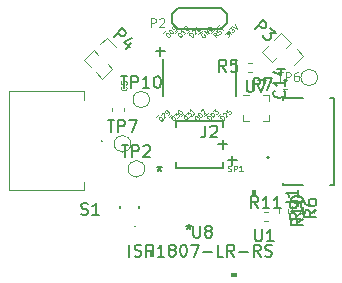
<source format=gto>
G04 #@! TF.GenerationSoftware,KiCad,Pcbnew,5.1.12-84ad8e8a86~92~ubuntu20.04.1*
G04 #@! TF.CreationDate,2022-02-16T15:18:21-08:00*
G04 #@! TF.ProjectId,Zooids,5a6f6f69-6473-42e6-9b69-6361645f7063,rev?*
G04 #@! TF.SameCoordinates,Original*
G04 #@! TF.FileFunction,Legend,Top*
G04 #@! TF.FilePolarity,Positive*
%FSLAX46Y46*%
G04 Gerber Fmt 4.6, Leading zero omitted, Abs format (unit mm)*
G04 Created by KiCad (PCBNEW 5.1.12-84ad8e8a86~92~ubuntu20.04.1) date 2022-02-16 15:18:21*
%MOMM*%
%LPD*%
G01*
G04 APERTURE LIST*
%ADD10C,0.075000*%
%ADD11C,0.150000*%
%ADD12C,0.200000*%
%ADD13C,0.127000*%
%ADD14C,0.120000*%
%ADD15C,0.100000*%
%ADD16C,0.125000*%
G04 APERTURE END LIST*
D10*
X155133349Y-95011471D02*
X155402723Y-94742097D01*
X155372267Y-95007952D02*
X155399204Y-94981015D01*
X155439610Y-94967546D01*
X155466548Y-94967546D01*
X155506954Y-94981015D01*
X155574297Y-95021421D01*
X155641641Y-95088764D01*
X155682047Y-95156108D01*
X155695516Y-95196514D01*
X155695516Y-95223451D01*
X155682047Y-95263857D01*
X155655109Y-95290795D01*
X155614703Y-95304264D01*
X155587766Y-95304264D01*
X155547360Y-95290795D01*
X155480016Y-95250389D01*
X155412673Y-95183045D01*
X155372267Y-95115702D01*
X155358798Y-95075296D01*
X155358798Y-95048358D01*
X155372267Y-95007952D01*
X155601235Y-94832859D02*
X155601235Y-94805922D01*
X155614703Y-94765516D01*
X155682047Y-94698172D01*
X155722453Y-94684703D01*
X155749390Y-94684703D01*
X155789796Y-94698172D01*
X155816734Y-94725109D01*
X155843671Y-94778984D01*
X155843671Y-95102233D01*
X156018764Y-94927140D01*
X155991827Y-94388392D02*
X155857140Y-94523079D01*
X155978358Y-94671235D01*
X155978358Y-94644297D01*
X155991827Y-94603891D01*
X156059170Y-94536548D01*
X156099577Y-94523079D01*
X156126514Y-94523079D01*
X156166920Y-94536548D01*
X156234264Y-94603891D01*
X156247732Y-94644297D01*
X156247732Y-94671235D01*
X156234264Y-94711641D01*
X156166920Y-94778984D01*
X156126514Y-94792453D01*
X156099577Y-94792453D01*
X154023349Y-95011471D02*
X154292723Y-94742097D01*
X154262267Y-95007952D02*
X154289204Y-94981015D01*
X154329610Y-94967546D01*
X154356548Y-94967546D01*
X154396954Y-94981015D01*
X154464297Y-95021421D01*
X154531641Y-95088764D01*
X154572047Y-95156108D01*
X154585516Y-95196514D01*
X154585516Y-95223451D01*
X154572047Y-95263857D01*
X154545109Y-95290795D01*
X154504703Y-95304264D01*
X154477766Y-95304264D01*
X154437360Y-95290795D01*
X154370016Y-95250389D01*
X154302673Y-95183045D01*
X154262267Y-95115702D01*
X154248798Y-95075296D01*
X154248798Y-95048358D01*
X154262267Y-95007952D01*
X154531641Y-94738578D02*
X154558578Y-94711641D01*
X154598984Y-94698172D01*
X154625922Y-94698172D01*
X154666328Y-94711641D01*
X154733671Y-94752047D01*
X154801015Y-94819390D01*
X154841421Y-94886734D01*
X154854890Y-94927140D01*
X154854890Y-94954077D01*
X154841421Y-94994483D01*
X154814483Y-95021421D01*
X154774077Y-95034890D01*
X154747140Y-95034890D01*
X154706734Y-95021421D01*
X154639390Y-94981015D01*
X154572047Y-94913671D01*
X154531641Y-94846328D01*
X154518172Y-94805922D01*
X154518172Y-94778984D01*
X154531641Y-94738578D01*
X154720203Y-94550016D02*
X154895296Y-94374923D01*
X154908764Y-94576954D01*
X154949170Y-94536548D01*
X154989577Y-94523079D01*
X155016514Y-94523079D01*
X155056920Y-94536548D01*
X155124264Y-94603891D01*
X155137732Y-94644297D01*
X155137732Y-94671235D01*
X155124264Y-94711641D01*
X155043451Y-94792453D01*
X155003045Y-94805922D01*
X154976108Y-94805922D01*
X152973349Y-95021471D02*
X153242723Y-94752097D01*
X153212267Y-95017952D02*
X153239204Y-94991015D01*
X153279610Y-94977546D01*
X153306548Y-94977546D01*
X153346954Y-94991015D01*
X153414297Y-95031421D01*
X153481641Y-95098764D01*
X153522047Y-95166108D01*
X153535516Y-95206514D01*
X153535516Y-95233451D01*
X153522047Y-95273857D01*
X153495109Y-95300795D01*
X153454703Y-95314264D01*
X153427766Y-95314264D01*
X153387360Y-95300795D01*
X153320016Y-95260389D01*
X153252673Y-95193045D01*
X153212267Y-95125702D01*
X153198798Y-95085296D01*
X153198798Y-95058358D01*
X153212267Y-95017952D01*
X153481641Y-94748578D02*
X153508578Y-94721641D01*
X153548984Y-94708172D01*
X153575922Y-94708172D01*
X153616328Y-94721641D01*
X153683671Y-94762047D01*
X153751015Y-94829390D01*
X153791421Y-94896734D01*
X153804890Y-94937140D01*
X153804890Y-94964077D01*
X153791421Y-95004483D01*
X153764483Y-95031421D01*
X153724077Y-95044890D01*
X153697140Y-95044890D01*
X153656734Y-95031421D01*
X153589390Y-94991015D01*
X153522047Y-94923671D01*
X153481641Y-94856328D01*
X153468172Y-94815922D01*
X153468172Y-94788984D01*
X153481641Y-94748578D01*
X153710609Y-94573485D02*
X153710609Y-94546548D01*
X153724077Y-94506142D01*
X153791421Y-94438798D01*
X153831827Y-94425329D01*
X153858764Y-94425329D01*
X153899170Y-94438798D01*
X153926108Y-94465735D01*
X153953045Y-94519610D01*
X153953045Y-94842859D01*
X154128138Y-94667766D01*
X152023349Y-94971471D02*
X152292723Y-94702097D01*
X152262267Y-94967952D02*
X152289204Y-94941015D01*
X152329610Y-94927546D01*
X152356548Y-94927546D01*
X152396954Y-94941015D01*
X152464297Y-94981421D01*
X152531641Y-95048764D01*
X152572047Y-95116108D01*
X152585516Y-95156514D01*
X152585516Y-95183451D01*
X152572047Y-95223857D01*
X152545109Y-95250795D01*
X152504703Y-95264264D01*
X152477766Y-95264264D01*
X152437360Y-95250795D01*
X152370016Y-95210389D01*
X152302673Y-95143045D01*
X152262267Y-95075702D01*
X152248798Y-95035296D01*
X152248798Y-95008358D01*
X152262267Y-94967952D01*
X152450829Y-94779390D02*
X152625922Y-94604297D01*
X152639390Y-94806328D01*
X152679796Y-94765922D01*
X152720203Y-94752453D01*
X152747140Y-94752453D01*
X152787546Y-94765922D01*
X152854890Y-94833265D01*
X152868358Y-94873671D01*
X152868358Y-94900609D01*
X152854890Y-94941015D01*
X152774077Y-95021827D01*
X152733671Y-95035296D01*
X152706734Y-95035296D01*
X153178138Y-94617766D02*
X153016514Y-94779390D01*
X153097326Y-94698578D02*
X152814483Y-94415735D01*
X152827952Y-94483079D01*
X152827952Y-94536954D01*
X152814483Y-94577360D01*
X150993349Y-95051471D02*
X151262723Y-94782097D01*
X151232267Y-95047952D02*
X151259204Y-95021015D01*
X151299610Y-95007546D01*
X151326548Y-95007546D01*
X151366954Y-95021015D01*
X151434297Y-95061421D01*
X151501641Y-95128764D01*
X151542047Y-95196108D01*
X151555516Y-95236514D01*
X151555516Y-95263451D01*
X151542047Y-95303857D01*
X151515109Y-95330795D01*
X151474703Y-95344264D01*
X151447766Y-95344264D01*
X151407360Y-95330795D01*
X151340016Y-95290389D01*
X151272673Y-95223045D01*
X151232267Y-95155702D01*
X151218798Y-95115296D01*
X151218798Y-95088358D01*
X151232267Y-95047952D01*
X151420829Y-94859390D02*
X151595922Y-94684297D01*
X151609390Y-94886328D01*
X151649796Y-94845922D01*
X151690203Y-94832453D01*
X151717140Y-94832453D01*
X151757546Y-94845922D01*
X151824890Y-94913265D01*
X151838358Y-94953671D01*
X151838358Y-94980609D01*
X151824890Y-95021015D01*
X151744077Y-95101827D01*
X151703671Y-95115296D01*
X151676734Y-95115296D01*
X151771015Y-94509204D02*
X151797952Y-94482267D01*
X151838358Y-94468798D01*
X151865296Y-94468798D01*
X151905702Y-94482267D01*
X151973045Y-94522673D01*
X152040389Y-94590016D01*
X152080795Y-94657360D01*
X152094264Y-94697766D01*
X152094264Y-94724703D01*
X152080795Y-94765109D01*
X152053857Y-94792047D01*
X152013451Y-94805516D01*
X151986514Y-94805516D01*
X151946108Y-94792047D01*
X151878764Y-94751641D01*
X151811421Y-94684297D01*
X151771015Y-94616954D01*
X151757546Y-94576548D01*
X151757546Y-94549610D01*
X151771015Y-94509204D01*
X149913349Y-95081471D02*
X150182723Y-94812097D01*
X150152267Y-95077952D02*
X150179204Y-95051015D01*
X150219610Y-95037546D01*
X150246548Y-95037546D01*
X150286954Y-95051015D01*
X150354297Y-95091421D01*
X150421641Y-95158764D01*
X150462047Y-95226108D01*
X150475516Y-95266514D01*
X150475516Y-95293451D01*
X150462047Y-95333857D01*
X150435109Y-95360795D01*
X150394703Y-95374264D01*
X150367766Y-95374264D01*
X150327360Y-95360795D01*
X150260016Y-95320389D01*
X150192673Y-95253045D01*
X150152267Y-95185702D01*
X150138798Y-95145296D01*
X150138798Y-95118358D01*
X150152267Y-95077952D01*
X150381235Y-94902859D02*
X150381235Y-94875922D01*
X150394703Y-94835516D01*
X150462047Y-94768172D01*
X150502453Y-94754703D01*
X150529390Y-94754703D01*
X150569796Y-94768172D01*
X150596734Y-94795109D01*
X150623671Y-94848984D01*
X150623671Y-95172233D01*
X150798764Y-94997140D01*
X150933451Y-94862453D02*
X150987326Y-94808578D01*
X151000795Y-94768172D01*
X151000795Y-94741235D01*
X150987326Y-94673891D01*
X150946920Y-94606548D01*
X150839170Y-94498798D01*
X150798764Y-94485329D01*
X150771827Y-94485329D01*
X150731421Y-94498798D01*
X150677546Y-94552673D01*
X150664077Y-94593079D01*
X150664077Y-94620016D01*
X150677546Y-94660422D01*
X150744890Y-94727766D01*
X150785296Y-94741235D01*
X150812233Y-94741235D01*
X150852639Y-94727766D01*
X150906514Y-94673891D01*
X150919983Y-94633485D01*
X150919983Y-94606548D01*
X150906514Y-94566142D01*
X155717580Y-88052639D02*
X155892673Y-87877546D01*
X155906142Y-88079577D01*
X155946548Y-88039170D01*
X155986954Y-88025702D01*
X156013891Y-88025702D01*
X156054297Y-88039170D01*
X156121641Y-88106514D01*
X156135109Y-88146920D01*
X156135109Y-88173857D01*
X156121641Y-88214264D01*
X156040829Y-88295076D01*
X156000422Y-88308544D01*
X155973485Y-88308544D01*
X156269796Y-88012233D02*
X156296734Y-88012233D01*
X156296734Y-88039170D01*
X156269796Y-88039170D01*
X156269796Y-88012233D01*
X156296734Y-88039170D01*
X156121641Y-87648578D02*
X156296734Y-87473485D01*
X156310203Y-87675516D01*
X156350609Y-87635109D01*
X156391015Y-87621641D01*
X156417952Y-87621641D01*
X156458358Y-87635109D01*
X156525702Y-87702453D01*
X156539170Y-87742859D01*
X156539170Y-87769796D01*
X156525702Y-87810203D01*
X156444890Y-87891015D01*
X156404483Y-87904483D01*
X156377546Y-87904483D01*
X156377546Y-87392673D02*
X156754670Y-87581235D01*
X156566108Y-87204111D01*
X154543552Y-87991268D02*
X154826395Y-87708425D01*
X155173062Y-88162842D02*
X154944094Y-88122436D01*
X155011438Y-88324467D02*
X154728595Y-88041624D01*
X154836345Y-87933874D01*
X154876751Y-87920406D01*
X154903688Y-87920406D01*
X154944094Y-87933874D01*
X154984500Y-87974280D01*
X154997969Y-88014687D01*
X154997969Y-88041624D01*
X154984500Y-88082030D01*
X154876751Y-88189780D01*
X154826395Y-87708425D02*
X155095769Y-87439051D01*
X155267343Y-88041624D02*
X155321218Y-88014687D01*
X155388561Y-87947343D01*
X155402030Y-87906937D01*
X155402030Y-87879999D01*
X155388561Y-87839593D01*
X155361624Y-87812656D01*
X155321218Y-87799187D01*
X155294280Y-87799187D01*
X155253874Y-87812656D01*
X155186531Y-87853062D01*
X155146125Y-87866531D01*
X155119187Y-87866531D01*
X155078781Y-87853062D01*
X155051844Y-87826125D01*
X155038375Y-87785719D01*
X155038375Y-87758781D01*
X155051844Y-87718375D01*
X155119187Y-87651032D01*
X155173062Y-87624094D01*
X155095769Y-87439051D02*
X155311268Y-87223552D01*
X155240406Y-87529813D02*
X155402030Y-87368189D01*
X155604061Y-87731844D02*
X155321218Y-87449001D01*
X153496411Y-88028408D02*
X153779254Y-87745566D01*
X153843079Y-87944077D02*
X153802673Y-87957546D01*
X153762267Y-87997952D01*
X153735329Y-88051827D01*
X153735329Y-88105702D01*
X153748798Y-88146108D01*
X153789204Y-88213451D01*
X153829610Y-88253857D01*
X153896954Y-88294264D01*
X153937360Y-88307732D01*
X153991235Y-88307732D01*
X154045109Y-88280795D01*
X154072047Y-88253857D01*
X154098984Y-88199983D01*
X154098984Y-88173045D01*
X154004703Y-88078764D01*
X153950829Y-88132639D01*
X154247140Y-88078764D02*
X153964297Y-87795922D01*
X154408764Y-87917140D01*
X154125922Y-87634297D01*
X154543451Y-87782453D02*
X154260609Y-87499610D01*
X154327952Y-87432267D01*
X154381827Y-87405329D01*
X154435702Y-87405329D01*
X154476108Y-87418798D01*
X154543451Y-87459204D01*
X154583857Y-87499610D01*
X154624264Y-87566954D01*
X154637732Y-87607360D01*
X154637732Y-87661235D01*
X154610795Y-87715109D01*
X154543451Y-87782453D01*
X150513349Y-87971471D02*
X150782723Y-87702097D01*
X150752267Y-87967952D02*
X150779204Y-87941015D01*
X150819610Y-87927546D01*
X150846548Y-87927546D01*
X150886954Y-87941015D01*
X150954297Y-87981421D01*
X151021641Y-88048764D01*
X151062047Y-88116108D01*
X151075516Y-88156514D01*
X151075516Y-88183451D01*
X151062047Y-88223857D01*
X151035109Y-88250795D01*
X150994703Y-88264264D01*
X150967766Y-88264264D01*
X150927360Y-88250795D01*
X150860016Y-88210389D01*
X150792673Y-88143045D01*
X150752267Y-88075702D01*
X150738798Y-88035296D01*
X150738798Y-88008358D01*
X150752267Y-87967952D01*
X151021641Y-87698578D02*
X151048578Y-87671641D01*
X151088984Y-87658172D01*
X151115922Y-87658172D01*
X151156328Y-87671641D01*
X151223671Y-87712047D01*
X151291015Y-87779390D01*
X151331421Y-87846734D01*
X151344890Y-87887140D01*
X151344890Y-87914077D01*
X151331421Y-87954483D01*
X151304483Y-87981421D01*
X151264077Y-87994890D01*
X151237140Y-87994890D01*
X151196734Y-87981421D01*
X151129390Y-87941015D01*
X151062047Y-87873671D01*
X151021641Y-87806328D01*
X151008172Y-87765922D01*
X151008172Y-87738984D01*
X151021641Y-87698578D01*
X151533451Y-87752453D02*
X151587326Y-87698578D01*
X151600795Y-87658172D01*
X151600795Y-87631235D01*
X151587326Y-87563891D01*
X151546920Y-87496548D01*
X151439170Y-87388798D01*
X151398764Y-87375329D01*
X151371827Y-87375329D01*
X151331421Y-87388798D01*
X151277546Y-87442673D01*
X151264077Y-87483079D01*
X151264077Y-87510016D01*
X151277546Y-87550422D01*
X151344890Y-87617766D01*
X151385296Y-87631235D01*
X151412233Y-87631235D01*
X151452639Y-87617766D01*
X151506514Y-87563891D01*
X151519983Y-87523485D01*
X151519983Y-87496548D01*
X151506514Y-87456142D01*
X151533349Y-87961471D02*
X151802723Y-87692097D01*
X151772267Y-87957952D02*
X151799204Y-87931015D01*
X151839610Y-87917546D01*
X151866548Y-87917546D01*
X151906954Y-87931015D01*
X151974297Y-87971421D01*
X152041641Y-88038764D01*
X152082047Y-88106108D01*
X152095516Y-88146514D01*
X152095516Y-88173451D01*
X152082047Y-88213857D01*
X152055109Y-88240795D01*
X152014703Y-88254264D01*
X151987766Y-88254264D01*
X151947360Y-88240795D01*
X151880016Y-88200389D01*
X151812673Y-88133045D01*
X151772267Y-88065702D01*
X151758798Y-88025296D01*
X151758798Y-87998358D01*
X151772267Y-87957952D01*
X152418764Y-87877140D02*
X152257140Y-88038764D01*
X152337952Y-87957952D02*
X152055109Y-87675109D01*
X152068578Y-87742453D01*
X152068578Y-87796328D01*
X152055109Y-87836734D01*
X152311015Y-87419204D02*
X152337952Y-87392267D01*
X152378358Y-87378798D01*
X152405296Y-87378798D01*
X152445702Y-87392267D01*
X152513045Y-87432673D01*
X152580389Y-87500016D01*
X152620795Y-87567360D01*
X152634264Y-87607766D01*
X152634264Y-87634703D01*
X152620795Y-87675109D01*
X152593857Y-87702047D01*
X152553451Y-87715516D01*
X152526514Y-87715516D01*
X152486108Y-87702047D01*
X152418764Y-87661641D01*
X152351421Y-87594297D01*
X152311015Y-87526954D01*
X152297546Y-87486548D01*
X152297546Y-87459610D01*
X152311015Y-87419204D01*
X152513349Y-87981471D02*
X152782723Y-87712097D01*
X152752267Y-87977952D02*
X152779204Y-87951015D01*
X152819610Y-87937546D01*
X152846548Y-87937546D01*
X152886954Y-87951015D01*
X152954297Y-87991421D01*
X153021641Y-88058764D01*
X153062047Y-88126108D01*
X153075516Y-88166514D01*
X153075516Y-88193451D01*
X153062047Y-88233857D01*
X153035109Y-88260795D01*
X152994703Y-88274264D01*
X152967766Y-88274264D01*
X152927360Y-88260795D01*
X152860016Y-88220389D01*
X152792673Y-88153045D01*
X152752267Y-88085702D01*
X152738798Y-88045296D01*
X152738798Y-88018358D01*
X152752267Y-87977952D01*
X152981235Y-87802859D02*
X152981235Y-87775922D01*
X152994703Y-87735516D01*
X153062047Y-87668172D01*
X153102453Y-87654703D01*
X153129390Y-87654703D01*
X153169796Y-87668172D01*
X153196734Y-87695109D01*
X153223671Y-87748984D01*
X153223671Y-88072233D01*
X153398764Y-87897140D01*
X153358358Y-87371861D02*
X153304483Y-87425735D01*
X153291015Y-87466142D01*
X153291015Y-87493079D01*
X153304483Y-87560422D01*
X153344890Y-87627766D01*
X153452639Y-87735516D01*
X153493045Y-87748984D01*
X153519983Y-87748984D01*
X153560389Y-87735516D01*
X153614264Y-87681641D01*
X153627732Y-87641235D01*
X153627732Y-87614297D01*
X153614264Y-87573891D01*
X153546920Y-87506548D01*
X153506514Y-87493079D01*
X153479577Y-87493079D01*
X153439170Y-87506548D01*
X153385296Y-87560422D01*
X153371827Y-87600829D01*
X153371827Y-87627766D01*
X153385296Y-87668172D01*
D11*
X149909047Y-89511428D02*
X150670952Y-89511428D01*
X150290000Y-89892380D02*
X150290000Y-89130476D01*
X155989047Y-98721428D02*
X156750952Y-98721428D01*
X156370000Y-99102380D02*
X156370000Y-98340476D01*
D12*
G04 #@! TO.C,J1*
X159500000Y-98505000D02*
G75*
G03*
X159500000Y-98505000I-100000J0D01*
G01*
D13*
X164950000Y-100855000D02*
X164950000Y-93455000D01*
X164680000Y-93455000D02*
X164950000Y-93455000D01*
X164950000Y-100855000D02*
X164680000Y-100855000D01*
X160650000Y-93455000D02*
X160650000Y-93635000D01*
X160650000Y-100855000D02*
X160650000Y-100675000D01*
X160650000Y-93455000D02*
X162405000Y-93455000D01*
X160650000Y-100855000D02*
X162405000Y-100855000D01*
D14*
G04 #@! TO.C,U7*
X157250000Y-93235000D02*
X157250000Y-93235000D01*
X157750000Y-93235000D02*
X157250000Y-93235000D01*
X157250000Y-94935000D02*
X157250000Y-94935000D01*
X157250000Y-95435000D02*
X157250000Y-94935000D01*
X157750000Y-95435000D02*
X157250000Y-95435000D01*
X158950000Y-95435000D02*
X158950000Y-95435000D01*
X159450000Y-95435000D02*
X158950000Y-95435000D01*
X159450000Y-94935000D02*
X159450000Y-95435000D01*
X159450000Y-93735000D02*
X159450000Y-93735000D01*
X159450000Y-93235000D02*
X159450000Y-93735000D01*
X158950000Y-93235000D02*
X159450000Y-93235000D01*
D12*
G04 #@! TO.C,J2*
X156730000Y-90115000D02*
X156730000Y-93295000D01*
X150470000Y-90115000D02*
X150470000Y-93295000D01*
X156200000Y-87960000D02*
G75*
G03*
X156200000Y-87960000I-100000J0D01*
G01*
D15*
G04 #@! TO.C,U8*
G36*
X158337700Y-101251000D02*
G01*
X158337700Y-101632000D01*
X158083700Y-101632000D01*
X158083700Y-101251000D01*
X158337700Y-101251000D01*
G37*
X158337700Y-101251000D02*
X158337700Y-101632000D01*
X158083700Y-101632000D01*
X158083700Y-101251000D01*
X158337700Y-101251000D01*
G36*
X156289500Y-108245200D02*
G01*
X156289500Y-108499200D01*
X156670500Y-108499200D01*
X156670500Y-108245200D01*
X156289500Y-108245200D01*
G37*
X156289500Y-108245200D02*
X156289500Y-108499200D01*
X156670500Y-108499200D01*
X156670500Y-108245200D01*
X156289500Y-108245200D01*
G36*
X149422300Y-106451000D02*
G01*
X149422300Y-106832000D01*
X149676300Y-106832000D01*
X149676300Y-106451000D01*
X149422300Y-106451000D01*
G37*
X149422300Y-106451000D02*
X149422300Y-106832000D01*
X149676300Y-106832000D01*
X149676300Y-106451000D01*
X149422300Y-106451000D01*
D13*
G04 #@! TO.C,SP1*
X151630000Y-95390000D02*
X151630000Y-95890000D01*
X155630000Y-95390000D02*
X155630000Y-95890000D01*
X155630000Y-98890000D02*
X155630000Y-99390000D01*
X151630000Y-98890000D02*
X151630000Y-99390000D01*
X151630000Y-95390000D02*
X155630000Y-95390000D01*
X155630000Y-99390000D02*
X151630000Y-99390000D01*
D12*
G04 #@! TO.C,U1*
X148480000Y-102810000D02*
X148480000Y-102610000D01*
X146880000Y-102810000D02*
X146880000Y-102610000D01*
D15*
X148080000Y-104310000D02*
X148080000Y-104310000D01*
X148180000Y-104310000D02*
X148180000Y-104310000D01*
X148080000Y-104310000D02*
G75*
G02*
X148180000Y-104310000I50000J0D01*
G01*
X148180000Y-104310000D02*
G75*
G02*
X148080000Y-104310000I-50000J0D01*
G01*
D14*
G04 #@! TO.C,TP10*
X149370000Y-93585000D02*
G75*
G03*
X149370000Y-93585000I-700000J0D01*
G01*
G04 #@! TO.C,TP7*
X147780000Y-97335000D02*
G75*
G03*
X147780000Y-97335000I-700000J0D01*
G01*
G04 #@! TO.C,TP2*
X148960000Y-99455000D02*
G75*
G03*
X148960000Y-99455000I-700000J0D01*
G01*
G04 #@! TO.C,R11*
X159056359Y-103865000D02*
X159363641Y-103865000D01*
X159056359Y-103105000D02*
X159363641Y-103105000D01*
G04 #@! TO.C,R10*
X160360000Y-102871358D02*
X160360000Y-103178640D01*
X161120000Y-102871358D02*
X161120000Y-103178640D01*
G04 #@! TO.C,R9*
X163330000Y-103158641D02*
X163330000Y-102851359D01*
X162570000Y-103158641D02*
X162570000Y-102851359D01*
G04 #@! TO.C,R6*
X161470000Y-102631359D02*
X161470000Y-102938641D01*
X162230000Y-102631359D02*
X162230000Y-102938641D01*
G04 #@! TO.C,TP6*
X163590000Y-91725000D02*
G75*
G03*
X163590000Y-91725000I-700000J0D01*
G01*
G04 #@! TO.C,C14*
X158970000Y-92142836D02*
X158970000Y-91927164D01*
X159690000Y-92142836D02*
X159690000Y-91927164D01*
G04 #@! TO.C,R7*
X161013640Y-92685000D02*
X160706358Y-92685000D01*
X161013640Y-91925000D02*
X160706358Y-91925000D01*
G04 #@! TO.C,R5*
X158023641Y-91245000D02*
X157716359Y-91245000D01*
X158023641Y-90485000D02*
X157716359Y-90485000D01*
G04 #@! TO.C,P3*
X162392290Y-89877513D02*
X161607401Y-90662401D01*
X161854889Y-89340111D02*
X162392290Y-89877513D01*
X160134165Y-89986033D02*
X159747710Y-90372487D01*
X161317487Y-88802710D02*
X160931033Y-89189165D01*
X159747710Y-90372487D02*
X158895647Y-89520424D01*
X161317487Y-88802710D02*
X160465424Y-87950647D01*
X159463079Y-88952992D02*
X158895647Y-89520424D01*
X160465424Y-87950647D02*
X159897992Y-88518079D01*
G04 #@! TO.C,P4*
X143805647Y-90264576D02*
X144373079Y-90832008D01*
X144807992Y-91266921D02*
X145375424Y-91834353D01*
X144657710Y-89412513D02*
X143805647Y-90264576D01*
X146227487Y-90982290D02*
X145375424Y-91834353D01*
X144657710Y-89412513D02*
X145044165Y-89798967D01*
X145841033Y-90595835D02*
X146227487Y-90982290D01*
X145195111Y-88875111D02*
X145732513Y-88337710D01*
X145732513Y-88337710D02*
X146517401Y-89122599D01*
D11*
G04 #@! TO.C,P2*
X151290000Y-86325000D02*
X151790000Y-85825000D01*
X151290000Y-87125000D02*
X151290000Y-86325000D01*
X151790000Y-87625000D02*
X151290000Y-87125000D01*
X155390000Y-87625000D02*
X151790000Y-87625000D01*
X155890000Y-87125000D02*
X155390000Y-87625000D01*
X155890000Y-86325000D02*
X155890000Y-87125000D01*
X155390000Y-85825000D02*
X155890000Y-86325000D01*
X151790000Y-85825000D02*
X155390000Y-85825000D01*
D15*
G04 #@! TO.C,S1*
X143850000Y-100610000D02*
X143850000Y-101280000D01*
X143850000Y-101280000D02*
X137450000Y-101280000D01*
X137450000Y-101280000D02*
X137450000Y-92860000D01*
X137450000Y-92860000D02*
X143850000Y-92860000D01*
X143850000Y-92860000D02*
X143850000Y-93610000D01*
X145250000Y-97070000D02*
X145250000Y-97070000D01*
X145350000Y-97070000D02*
X145350000Y-97070000D01*
X145250000Y-97070000D02*
G75*
G02*
X145350000Y-97070000I50000J0D01*
G01*
X145350000Y-97070000D02*
G75*
G02*
X145250000Y-97070000I-50000J0D01*
G01*
D14*
G04 #@! TO.C,C5*
X146150000Y-94550580D02*
X146150000Y-94269420D01*
X147170000Y-94550580D02*
X147170000Y-94269420D01*
G04 #@! TO.C,J1*
D11*
X160921859Y-102238651D02*
X161636825Y-102238651D01*
X161779818Y-102286315D01*
X161875147Y-102381644D01*
X161922812Y-102524637D01*
X161922812Y-102619966D01*
X161922812Y-101237698D02*
X161922812Y-101809671D01*
X161922812Y-101523684D02*
X160921859Y-101523684D01*
X161064852Y-101619013D01*
X161160181Y-101714342D01*
X161207845Y-101809671D01*
G04 #@! TO.C,U7*
X157588095Y-91937380D02*
X157588095Y-92746904D01*
X157635714Y-92842142D01*
X157683333Y-92889761D01*
X157778571Y-92937380D01*
X157969047Y-92937380D01*
X158064285Y-92889761D01*
X158111904Y-92842142D01*
X158159523Y-92746904D01*
X158159523Y-91937380D01*
X158540476Y-91937380D02*
X159207142Y-91937380D01*
X158778571Y-92937380D01*
G04 #@! TO.C,J2*
X154091666Y-95792380D02*
X154091666Y-96506666D01*
X154044047Y-96649523D01*
X153948809Y-96744761D01*
X153805952Y-96792380D01*
X153710714Y-96792380D01*
X154520238Y-95887619D02*
X154567857Y-95840000D01*
X154663095Y-95792380D01*
X154901190Y-95792380D01*
X154996428Y-95840000D01*
X155044047Y-95887619D01*
X155091666Y-95982857D01*
X155091666Y-96078095D01*
X155044047Y-96220952D01*
X154472619Y-96792380D01*
X155091666Y-96792380D01*
G04 #@! TO.C,U8*
X153078095Y-104272380D02*
X153078095Y-105081904D01*
X153125714Y-105177142D01*
X153173333Y-105224761D01*
X153268571Y-105272380D01*
X153459047Y-105272380D01*
X153554285Y-105224761D01*
X153601904Y-105177142D01*
X153649523Y-105081904D01*
X153649523Y-104272380D01*
X154268571Y-104700952D02*
X154173333Y-104653333D01*
X154125714Y-104605714D01*
X154078095Y-104510476D01*
X154078095Y-104462857D01*
X154125714Y-104367619D01*
X154173333Y-104320000D01*
X154268571Y-104272380D01*
X154459047Y-104272380D01*
X154554285Y-104320000D01*
X154601904Y-104367619D01*
X154649523Y-104462857D01*
X154649523Y-104510476D01*
X154601904Y-104605714D01*
X154554285Y-104653333D01*
X154459047Y-104700952D01*
X154268571Y-104700952D01*
X154173333Y-104748571D01*
X154125714Y-104796190D01*
X154078095Y-104891428D01*
X154078095Y-105081904D01*
X154125714Y-105177142D01*
X154173333Y-105224761D01*
X154268571Y-105272380D01*
X154459047Y-105272380D01*
X154554285Y-105224761D01*
X154601904Y-105177142D01*
X154649523Y-105081904D01*
X154649523Y-104891428D01*
X154601904Y-104796190D01*
X154554285Y-104748571D01*
X154459047Y-104700952D01*
X147670000Y-106878380D02*
X147670000Y-105878380D01*
X148098571Y-106830761D02*
X148241428Y-106878380D01*
X148479523Y-106878380D01*
X148574761Y-106830761D01*
X148622380Y-106783142D01*
X148670000Y-106687904D01*
X148670000Y-106592666D01*
X148622380Y-106497428D01*
X148574761Y-106449809D01*
X148479523Y-106402190D01*
X148289047Y-106354571D01*
X148193809Y-106306952D01*
X148146190Y-106259333D01*
X148098571Y-106164095D01*
X148098571Y-106068857D01*
X148146190Y-105973619D01*
X148193809Y-105926000D01*
X148289047Y-105878380D01*
X148527142Y-105878380D01*
X148670000Y-105926000D01*
X149098571Y-106878380D02*
X149098571Y-105878380D01*
X149479523Y-105878380D01*
X149574761Y-105926000D01*
X149622380Y-105973619D01*
X149670000Y-106068857D01*
X149670000Y-106211714D01*
X149622380Y-106306952D01*
X149574761Y-106354571D01*
X149479523Y-106402190D01*
X149098571Y-106402190D01*
X150622380Y-106878380D02*
X150050952Y-106878380D01*
X150336666Y-106878380D02*
X150336666Y-105878380D01*
X150241428Y-106021238D01*
X150146190Y-106116476D01*
X150050952Y-106164095D01*
X151193809Y-106306952D02*
X151098571Y-106259333D01*
X151050952Y-106211714D01*
X151003333Y-106116476D01*
X151003333Y-106068857D01*
X151050952Y-105973619D01*
X151098571Y-105926000D01*
X151193809Y-105878380D01*
X151384285Y-105878380D01*
X151479523Y-105926000D01*
X151527142Y-105973619D01*
X151574761Y-106068857D01*
X151574761Y-106116476D01*
X151527142Y-106211714D01*
X151479523Y-106259333D01*
X151384285Y-106306952D01*
X151193809Y-106306952D01*
X151098571Y-106354571D01*
X151050952Y-106402190D01*
X151003333Y-106497428D01*
X151003333Y-106687904D01*
X151050952Y-106783142D01*
X151098571Y-106830761D01*
X151193809Y-106878380D01*
X151384285Y-106878380D01*
X151479523Y-106830761D01*
X151527142Y-106783142D01*
X151574761Y-106687904D01*
X151574761Y-106497428D01*
X151527142Y-106402190D01*
X151479523Y-106354571D01*
X151384285Y-106306952D01*
X152193809Y-105878380D02*
X152289047Y-105878380D01*
X152384285Y-105926000D01*
X152431904Y-105973619D01*
X152479523Y-106068857D01*
X152527142Y-106259333D01*
X152527142Y-106497428D01*
X152479523Y-106687904D01*
X152431904Y-106783142D01*
X152384285Y-106830761D01*
X152289047Y-106878380D01*
X152193809Y-106878380D01*
X152098571Y-106830761D01*
X152050952Y-106783142D01*
X152003333Y-106687904D01*
X151955714Y-106497428D01*
X151955714Y-106259333D01*
X152003333Y-106068857D01*
X152050952Y-105973619D01*
X152098571Y-105926000D01*
X152193809Y-105878380D01*
X152860476Y-105878380D02*
X153527142Y-105878380D01*
X153098571Y-106878380D01*
X153908095Y-106497428D02*
X154670000Y-106497428D01*
X155622380Y-106878380D02*
X155146190Y-106878380D01*
X155146190Y-105878380D01*
X156527142Y-106878380D02*
X156193809Y-106402190D01*
X155955714Y-106878380D02*
X155955714Y-105878380D01*
X156336666Y-105878380D01*
X156431904Y-105926000D01*
X156479523Y-105973619D01*
X156527142Y-106068857D01*
X156527142Y-106211714D01*
X156479523Y-106306952D01*
X156431904Y-106354571D01*
X156336666Y-106402190D01*
X155955714Y-106402190D01*
X156955714Y-106497428D02*
X157717619Y-106497428D01*
X158765238Y-106878380D02*
X158431904Y-106402190D01*
X158193809Y-106878380D02*
X158193809Y-105878380D01*
X158574761Y-105878380D01*
X158670000Y-105926000D01*
X158717619Y-105973619D01*
X158765238Y-106068857D01*
X158765238Y-106211714D01*
X158717619Y-106306952D01*
X158670000Y-106354571D01*
X158574761Y-106402190D01*
X158193809Y-106402190D01*
X159146190Y-106830761D02*
X159289047Y-106878380D01*
X159527142Y-106878380D01*
X159622380Y-106830761D01*
X159670000Y-106783142D01*
X159717619Y-106687904D01*
X159717619Y-106592666D01*
X159670000Y-106497428D01*
X159622380Y-106449809D01*
X159527142Y-106402190D01*
X159336666Y-106354571D01*
X159241428Y-106306952D01*
X159193809Y-106259333D01*
X159146190Y-106164095D01*
X159146190Y-106068857D01*
X159193809Y-105973619D01*
X159241428Y-105926000D01*
X159336666Y-105878380D01*
X159574761Y-105878380D01*
X159717619Y-105926000D01*
X150210000Y-99182380D02*
X150210000Y-99420476D01*
X149971904Y-99325238D02*
X150210000Y-99420476D01*
X150448095Y-99325238D01*
X150067142Y-99610952D02*
X150210000Y-99420476D01*
X150352857Y-99610952D01*
X152690000Y-104122380D02*
X152690000Y-104360476D01*
X152451904Y-104265238D02*
X152690000Y-104360476D01*
X152928095Y-104265238D01*
X152547142Y-104550952D02*
X152690000Y-104360476D01*
X152832857Y-104550952D01*
G04 #@! TO.C,SP1*
D10*
X155999047Y-99652380D02*
X156070476Y-99676190D01*
X156189523Y-99676190D01*
X156237142Y-99652380D01*
X156260952Y-99628571D01*
X156284761Y-99580952D01*
X156284761Y-99533333D01*
X156260952Y-99485714D01*
X156237142Y-99461904D01*
X156189523Y-99438095D01*
X156094285Y-99414285D01*
X156046666Y-99390476D01*
X156022857Y-99366666D01*
X155999047Y-99319047D01*
X155999047Y-99271428D01*
X156022857Y-99223809D01*
X156046666Y-99200000D01*
X156094285Y-99176190D01*
X156213333Y-99176190D01*
X156284761Y-99200000D01*
X156499047Y-99676190D02*
X156499047Y-99176190D01*
X156689523Y-99176190D01*
X156737142Y-99200000D01*
X156760952Y-99223809D01*
X156784761Y-99271428D01*
X156784761Y-99342857D01*
X156760952Y-99390476D01*
X156737142Y-99414285D01*
X156689523Y-99438095D01*
X156499047Y-99438095D01*
X157260952Y-99676190D02*
X156975238Y-99676190D01*
X157118095Y-99676190D02*
X157118095Y-99176190D01*
X157070476Y-99247619D01*
X157022857Y-99295238D01*
X156975238Y-99319047D01*
D11*
X155168768Y-97391480D02*
X155931231Y-97391480D01*
X155550000Y-97772712D02*
X155550000Y-97010249D01*
G04 #@! TO.C,U1*
X158308095Y-104572380D02*
X158308095Y-105381904D01*
X158355714Y-105477142D01*
X158403333Y-105524761D01*
X158498571Y-105572380D01*
X158689047Y-105572380D01*
X158784285Y-105524761D01*
X158831904Y-105477142D01*
X158879523Y-105381904D01*
X158879523Y-104572380D01*
X159879523Y-105572380D02*
X159308095Y-105572380D01*
X159593809Y-105572380D02*
X159593809Y-104572380D01*
X159498571Y-104715238D01*
X159403333Y-104810476D01*
X159308095Y-104858095D01*
G04 #@! TO.C,TP10*
X146931904Y-91589380D02*
X147503333Y-91589380D01*
X147217619Y-92589380D02*
X147217619Y-91589380D01*
X147836666Y-92589380D02*
X147836666Y-91589380D01*
X148217619Y-91589380D01*
X148312857Y-91637000D01*
X148360476Y-91684619D01*
X148408095Y-91779857D01*
X148408095Y-91922714D01*
X148360476Y-92017952D01*
X148312857Y-92065571D01*
X148217619Y-92113190D01*
X147836666Y-92113190D01*
X149360476Y-92589380D02*
X148789047Y-92589380D01*
X149074761Y-92589380D02*
X149074761Y-91589380D01*
X148979523Y-91732238D01*
X148884285Y-91827476D01*
X148789047Y-91875095D01*
X149979523Y-91589380D02*
X150074761Y-91589380D01*
X150170000Y-91637000D01*
X150217619Y-91684619D01*
X150265238Y-91779857D01*
X150312857Y-91970333D01*
X150312857Y-92208428D01*
X150265238Y-92398904D01*
X150217619Y-92494142D01*
X150170000Y-92541761D01*
X150074761Y-92589380D01*
X149979523Y-92589380D01*
X149884285Y-92541761D01*
X149836666Y-92494142D01*
X149789047Y-92398904D01*
X149741428Y-92208428D01*
X149741428Y-91970333D01*
X149789047Y-91779857D01*
X149836666Y-91684619D01*
X149884285Y-91637000D01*
X149979523Y-91589380D01*
G04 #@! TO.C,TP7*
X145818095Y-95339380D02*
X146389523Y-95339380D01*
X146103809Y-96339380D02*
X146103809Y-95339380D01*
X146722857Y-96339380D02*
X146722857Y-95339380D01*
X147103809Y-95339380D01*
X147199047Y-95387000D01*
X147246666Y-95434619D01*
X147294285Y-95529857D01*
X147294285Y-95672714D01*
X147246666Y-95767952D01*
X147199047Y-95815571D01*
X147103809Y-95863190D01*
X146722857Y-95863190D01*
X147627619Y-95339380D02*
X148294285Y-95339380D01*
X147865714Y-96339380D01*
G04 #@! TO.C,TP2*
X146998095Y-97459380D02*
X147569523Y-97459380D01*
X147283809Y-98459380D02*
X147283809Y-97459380D01*
X147902857Y-98459380D02*
X147902857Y-97459380D01*
X148283809Y-97459380D01*
X148379047Y-97507000D01*
X148426666Y-97554619D01*
X148474285Y-97649857D01*
X148474285Y-97792714D01*
X148426666Y-97887952D01*
X148379047Y-97935571D01*
X148283809Y-97983190D01*
X147902857Y-97983190D01*
X148855238Y-97554619D02*
X148902857Y-97507000D01*
X148998095Y-97459380D01*
X149236190Y-97459380D01*
X149331428Y-97507000D01*
X149379047Y-97554619D01*
X149426666Y-97649857D01*
X149426666Y-97745095D01*
X149379047Y-97887952D01*
X148807619Y-98459380D01*
X149426666Y-98459380D01*
G04 #@! TO.C,R11*
X158567142Y-102767380D02*
X158233809Y-102291190D01*
X157995714Y-102767380D02*
X157995714Y-101767380D01*
X158376666Y-101767380D01*
X158471904Y-101815000D01*
X158519523Y-101862619D01*
X158567142Y-101957857D01*
X158567142Y-102100714D01*
X158519523Y-102195952D01*
X158471904Y-102243571D01*
X158376666Y-102291190D01*
X157995714Y-102291190D01*
X159519523Y-102767380D02*
X158948095Y-102767380D01*
X159233809Y-102767380D02*
X159233809Y-101767380D01*
X159138571Y-101910238D01*
X159043333Y-102005476D01*
X158948095Y-102053095D01*
X160471904Y-102767380D02*
X159900476Y-102767380D01*
X160186190Y-102767380D02*
X160186190Y-101767380D01*
X160090952Y-101910238D01*
X159995714Y-102005476D01*
X159900476Y-102053095D01*
G04 #@! TO.C,R10*
X162362380Y-103667856D02*
X161886190Y-104001189D01*
X162362380Y-104239284D02*
X161362380Y-104239284D01*
X161362380Y-103858332D01*
X161410000Y-103763094D01*
X161457619Y-103715475D01*
X161552857Y-103667856D01*
X161695714Y-103667856D01*
X161790952Y-103715475D01*
X161838571Y-103763094D01*
X161886190Y-103858332D01*
X161886190Y-104239284D01*
X162362380Y-102715475D02*
X162362380Y-103286903D01*
X162362380Y-103001189D02*
X161362380Y-103001189D01*
X161505238Y-103096427D01*
X161600476Y-103191665D01*
X161648095Y-103286903D01*
X161362380Y-102096427D02*
X161362380Y-102001189D01*
X161410000Y-101905951D01*
X161457619Y-101858332D01*
X161552857Y-101810713D01*
X161743333Y-101763094D01*
X161981428Y-101763094D01*
X162171904Y-101810713D01*
X162267142Y-101858332D01*
X162314761Y-101905951D01*
X162362380Y-102001189D01*
X162362380Y-102096427D01*
X162314761Y-102191665D01*
X162267142Y-102239284D01*
X162171904Y-102286903D01*
X161981428Y-102334522D01*
X161743333Y-102334522D01*
X161552857Y-102286903D01*
X161457619Y-102239284D01*
X161410000Y-102191665D01*
X161362380Y-102096427D01*
G04 #@! TO.C,R9*
X162232380Y-103171666D02*
X161756190Y-103505000D01*
X162232380Y-103743095D02*
X161232380Y-103743095D01*
X161232380Y-103362142D01*
X161280000Y-103266904D01*
X161327619Y-103219285D01*
X161422857Y-103171666D01*
X161565714Y-103171666D01*
X161660952Y-103219285D01*
X161708571Y-103266904D01*
X161756190Y-103362142D01*
X161756190Y-103743095D01*
X162232380Y-102695476D02*
X162232380Y-102505000D01*
X162184761Y-102409761D01*
X162137142Y-102362142D01*
X161994285Y-102266904D01*
X161803809Y-102219285D01*
X161422857Y-102219285D01*
X161327619Y-102266904D01*
X161280000Y-102314523D01*
X161232380Y-102409761D01*
X161232380Y-102600238D01*
X161280000Y-102695476D01*
X161327619Y-102743095D01*
X161422857Y-102790714D01*
X161660952Y-102790714D01*
X161756190Y-102743095D01*
X161803809Y-102695476D01*
X161851428Y-102600238D01*
X161851428Y-102409761D01*
X161803809Y-102314523D01*
X161756190Y-102266904D01*
X161660952Y-102219285D01*
G04 #@! TO.C,R6*
X163472380Y-102951666D02*
X162996190Y-103285000D01*
X163472380Y-103523095D02*
X162472380Y-103523095D01*
X162472380Y-103142142D01*
X162520000Y-103046904D01*
X162567619Y-102999285D01*
X162662857Y-102951666D01*
X162805714Y-102951666D01*
X162900952Y-102999285D01*
X162948571Y-103046904D01*
X162996190Y-103142142D01*
X162996190Y-103523095D01*
X162472380Y-102094523D02*
X162472380Y-102285000D01*
X162520000Y-102380238D01*
X162567619Y-102427857D01*
X162710476Y-102523095D01*
X162900952Y-102570714D01*
X163281904Y-102570714D01*
X163377142Y-102523095D01*
X163424761Y-102475476D01*
X163472380Y-102380238D01*
X163472380Y-102189761D01*
X163424761Y-102094523D01*
X163377142Y-102046904D01*
X163281904Y-101999285D01*
X163043809Y-101999285D01*
X162948571Y-102046904D01*
X162900952Y-102094523D01*
X162853333Y-102189761D01*
X162853333Y-102380238D01*
X162900952Y-102475476D01*
X162948571Y-102523095D01*
X163043809Y-102570714D01*
G04 #@! TO.C,TP6*
D15*
X160213571Y-91274285D02*
X160642142Y-91274285D01*
X160427857Y-92024285D02*
X160427857Y-91274285D01*
X160892142Y-92024285D02*
X160892142Y-91274285D01*
X161177857Y-91274285D01*
X161249285Y-91310000D01*
X161285000Y-91345714D01*
X161320714Y-91417142D01*
X161320714Y-91524285D01*
X161285000Y-91595714D01*
X161249285Y-91631428D01*
X161177857Y-91667142D01*
X160892142Y-91667142D01*
X161963571Y-91274285D02*
X161820714Y-91274285D01*
X161749285Y-91310000D01*
X161713571Y-91345714D01*
X161642142Y-91452857D01*
X161606428Y-91595714D01*
X161606428Y-91881428D01*
X161642142Y-91952857D01*
X161677857Y-91988571D01*
X161749285Y-92024285D01*
X161892142Y-92024285D01*
X161963571Y-91988571D01*
X161999285Y-91952857D01*
X162035000Y-91881428D01*
X162035000Y-91702857D01*
X161999285Y-91631428D01*
X161963571Y-91595714D01*
X161892142Y-91560000D01*
X161749285Y-91560000D01*
X161677857Y-91595714D01*
X161642142Y-91631428D01*
X161606428Y-91702857D01*
G04 #@! TO.C,C14*
D11*
X160767142Y-92827857D02*
X160814761Y-92875476D01*
X160862380Y-93018333D01*
X160862380Y-93113571D01*
X160814761Y-93256428D01*
X160719523Y-93351666D01*
X160624285Y-93399285D01*
X160433809Y-93446904D01*
X160290952Y-93446904D01*
X160100476Y-93399285D01*
X160005238Y-93351666D01*
X159910000Y-93256428D01*
X159862380Y-93113571D01*
X159862380Y-93018333D01*
X159910000Y-92875476D01*
X159957619Y-92827857D01*
X160862380Y-91875476D02*
X160862380Y-92446904D01*
X160862380Y-92161190D02*
X159862380Y-92161190D01*
X160005238Y-92256428D01*
X160100476Y-92351666D01*
X160148095Y-92446904D01*
X160195714Y-91018333D02*
X160862380Y-91018333D01*
X159814761Y-91256428D02*
X160529047Y-91494523D01*
X160529047Y-90875476D01*
G04 #@! TO.C,R7*
X158763332Y-92787380D02*
X158429999Y-92311190D01*
X158191903Y-92787380D02*
X158191903Y-91787380D01*
X158572856Y-91787380D01*
X158668094Y-91835000D01*
X158715713Y-91882619D01*
X158763332Y-91977857D01*
X158763332Y-92120714D01*
X158715713Y-92215952D01*
X158668094Y-92263571D01*
X158572856Y-92311190D01*
X158191903Y-92311190D01*
X159096665Y-91787380D02*
X159763332Y-91787380D01*
X159334760Y-92787380D01*
G04 #@! TO.C,R5*
X155853333Y-91227380D02*
X155520000Y-90751190D01*
X155281904Y-91227380D02*
X155281904Y-90227380D01*
X155662857Y-90227380D01*
X155758095Y-90275000D01*
X155805714Y-90322619D01*
X155853333Y-90417857D01*
X155853333Y-90560714D01*
X155805714Y-90655952D01*
X155758095Y-90703571D01*
X155662857Y-90751190D01*
X155281904Y-90751190D01*
X156758095Y-90227380D02*
X156281904Y-90227380D01*
X156234285Y-90703571D01*
X156281904Y-90655952D01*
X156377142Y-90608333D01*
X156615238Y-90608333D01*
X156710476Y-90655952D01*
X156758095Y-90703571D01*
X156805714Y-90798809D01*
X156805714Y-91036904D01*
X156758095Y-91132142D01*
X156710476Y-91179761D01*
X156615238Y-91227380D01*
X156377142Y-91227380D01*
X156281904Y-91179761D01*
X156234285Y-91132142D01*
G04 #@! TO.C,P3*
X158258206Y-87576969D02*
X158965312Y-86869862D01*
X159234687Y-87139236D01*
X159268358Y-87240251D01*
X159268358Y-87307595D01*
X159234687Y-87408610D01*
X159133671Y-87509625D01*
X159032656Y-87543297D01*
X158965312Y-87543297D01*
X158864297Y-87509625D01*
X158594923Y-87240251D01*
X159605076Y-87509625D02*
X160042809Y-87947358D01*
X159537732Y-87981030D01*
X159638748Y-88082045D01*
X159672419Y-88183061D01*
X159672419Y-88250404D01*
X159638748Y-88351419D01*
X159470389Y-88519778D01*
X159369374Y-88553450D01*
X159302030Y-88553450D01*
X159201015Y-88519778D01*
X158998984Y-88317748D01*
X158965312Y-88216732D01*
X158965312Y-88149389D01*
G04 #@! TO.C,P4*
X146336752Y-88259423D02*
X147043858Y-87552316D01*
X147313233Y-87821690D01*
X147346904Y-87922705D01*
X147346904Y-87990049D01*
X147313233Y-88091064D01*
X147212217Y-88192079D01*
X147111202Y-88225751D01*
X147043858Y-88225751D01*
X146942843Y-88192079D01*
X146673469Y-87922705D01*
X147818309Y-88798171D02*
X147346904Y-89269576D01*
X147919324Y-88360438D02*
X147245889Y-88697156D01*
X147683622Y-89134889D01*
G04 #@! TO.C,P2*
D16*
X149486428Y-87444285D02*
X149486428Y-86694285D01*
X149772142Y-86694285D01*
X149843571Y-86730000D01*
X149879285Y-86765714D01*
X149915000Y-86837142D01*
X149915000Y-86944285D01*
X149879285Y-87015714D01*
X149843571Y-87051428D01*
X149772142Y-87087142D01*
X149486428Y-87087142D01*
X150200714Y-86765714D02*
X150236428Y-86730000D01*
X150307857Y-86694285D01*
X150486428Y-86694285D01*
X150557857Y-86730000D01*
X150593571Y-86765714D01*
X150629285Y-86837142D01*
X150629285Y-86908571D01*
X150593571Y-87015714D01*
X150165000Y-87444285D01*
X150629285Y-87444285D01*
G04 #@! TO.C,S1*
D12*
X143568095Y-103294761D02*
X143710952Y-103342380D01*
X143949047Y-103342380D01*
X144044285Y-103294761D01*
X144091904Y-103247142D01*
X144139523Y-103151904D01*
X144139523Y-103056666D01*
X144091904Y-102961428D01*
X144044285Y-102913809D01*
X143949047Y-102866190D01*
X143758571Y-102818571D01*
X143663333Y-102770952D01*
X143615714Y-102723333D01*
X143568095Y-102628095D01*
X143568095Y-102532857D01*
X143615714Y-102437619D01*
X143663333Y-102390000D01*
X143758571Y-102342380D01*
X143996666Y-102342380D01*
X144139523Y-102390000D01*
X145091904Y-103342380D02*
X144520476Y-103342380D01*
X144806190Y-103342380D02*
X144806190Y-102342380D01*
X144710952Y-102485238D01*
X144615714Y-102580476D01*
X144520476Y-102628095D01*
G04 #@! TO.C,C5*
D10*
X147388571Y-92508333D02*
X147412380Y-92532142D01*
X147436190Y-92603571D01*
X147436190Y-92651190D01*
X147412380Y-92722619D01*
X147364761Y-92770238D01*
X147317142Y-92794047D01*
X147221904Y-92817857D01*
X147150476Y-92817857D01*
X147055238Y-92794047D01*
X147007619Y-92770238D01*
X146960000Y-92722619D01*
X146936190Y-92651190D01*
X146936190Y-92603571D01*
X146960000Y-92532142D01*
X146983809Y-92508333D01*
X146936190Y-92055952D02*
X146936190Y-92294047D01*
X147174285Y-92317857D01*
X147150476Y-92294047D01*
X147126666Y-92246428D01*
X147126666Y-92127380D01*
X147150476Y-92079761D01*
X147174285Y-92055952D01*
X147221904Y-92032142D01*
X147340952Y-92032142D01*
X147388571Y-92055952D01*
X147412380Y-92079761D01*
X147436190Y-92127380D01*
X147436190Y-92246428D01*
X147412380Y-92294047D01*
X147388571Y-92317857D01*
G04 #@! TD*
M02*

</source>
